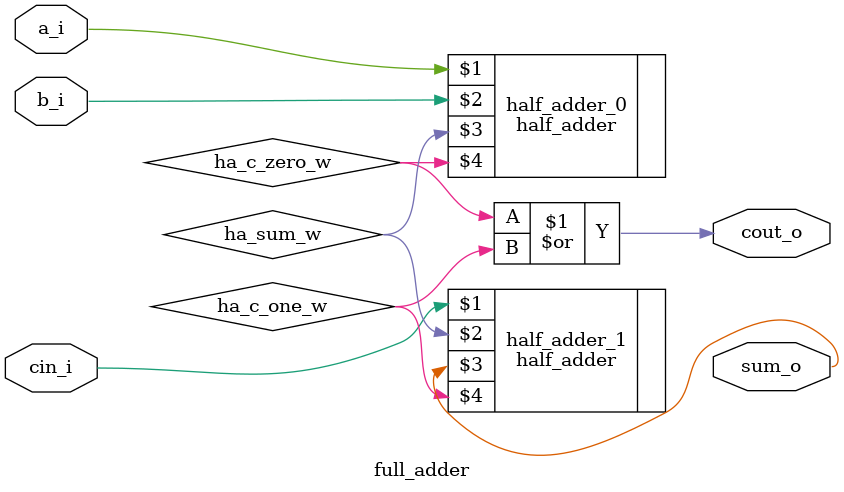
<source format=sv>
`timescale 1ns / 1ps

module full_adder(
    input logic a_i,
    input logic b_i,
    input logic cin_i,
    output logic sum_o,
    output logic cout_o
    );
    
    wire ha_sum_w;
    wire ha_c_zero_w;
    wire ha_c_one_w;    
    half_adder half_adder_0(a_i,b_i,ha_sum_w,ha_c_zero_w);
    half_adder half_adder_1(cin_i, ha_sum_w, sum_o, ha_c_one_w);
    
    assign cout_o = ha_c_zero_w | ha_c_one_w;
    
endmodule
</source>
